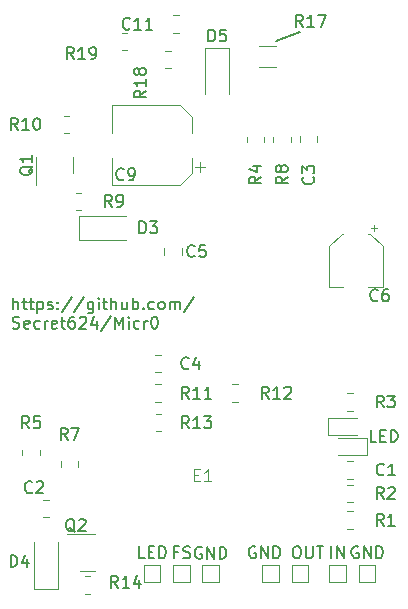
<source format=gbr>
%TF.GenerationSoftware,KiCad,Pcbnew,7.0.1*%
%TF.CreationDate,2023-11-18T18:07:09+02:00*%
%TF.ProjectId,Micr0,4d696372-302e-46b6-9963-61645f706362,rev?*%
%TF.SameCoordinates,Original*%
%TF.FileFunction,Legend,Top*%
%TF.FilePolarity,Positive*%
%FSLAX46Y46*%
G04 Gerber Fmt 4.6, Leading zero omitted, Abs format (unit mm)*
G04 Created by KiCad (PCBNEW 7.0.1) date 2023-11-18 18:07:09*
%MOMM*%
%LPD*%
G01*
G04 APERTURE LIST*
%ADD10C,0.160000*%
%ADD11C,0.150000*%
%ADD12C,0.100000*%
%ADD13C,0.120000*%
G04 APERTURE END LIST*
D10*
X95488095Y-70907619D02*
X95488095Y-69907619D01*
X95916666Y-70907619D02*
X95916666Y-70383809D01*
X95916666Y-70383809D02*
X95869047Y-70288571D01*
X95869047Y-70288571D02*
X95773809Y-70240952D01*
X95773809Y-70240952D02*
X95630952Y-70240952D01*
X95630952Y-70240952D02*
X95535714Y-70288571D01*
X95535714Y-70288571D02*
X95488095Y-70336190D01*
X96250000Y-70240952D02*
X96630952Y-70240952D01*
X96392857Y-69907619D02*
X96392857Y-70764761D01*
X96392857Y-70764761D02*
X96440476Y-70860000D01*
X96440476Y-70860000D02*
X96535714Y-70907619D01*
X96535714Y-70907619D02*
X96630952Y-70907619D01*
X96821429Y-70240952D02*
X97202381Y-70240952D01*
X96964286Y-69907619D02*
X96964286Y-70764761D01*
X96964286Y-70764761D02*
X97011905Y-70860000D01*
X97011905Y-70860000D02*
X97107143Y-70907619D01*
X97107143Y-70907619D02*
X97202381Y-70907619D01*
X97535715Y-70240952D02*
X97535715Y-71240952D01*
X97535715Y-70288571D02*
X97630953Y-70240952D01*
X97630953Y-70240952D02*
X97821429Y-70240952D01*
X97821429Y-70240952D02*
X97916667Y-70288571D01*
X97916667Y-70288571D02*
X97964286Y-70336190D01*
X97964286Y-70336190D02*
X98011905Y-70431428D01*
X98011905Y-70431428D02*
X98011905Y-70717142D01*
X98011905Y-70717142D02*
X97964286Y-70812380D01*
X97964286Y-70812380D02*
X97916667Y-70860000D01*
X97916667Y-70860000D02*
X97821429Y-70907619D01*
X97821429Y-70907619D02*
X97630953Y-70907619D01*
X97630953Y-70907619D02*
X97535715Y-70860000D01*
X98392858Y-70860000D02*
X98488096Y-70907619D01*
X98488096Y-70907619D02*
X98678572Y-70907619D01*
X98678572Y-70907619D02*
X98773810Y-70860000D01*
X98773810Y-70860000D02*
X98821429Y-70764761D01*
X98821429Y-70764761D02*
X98821429Y-70717142D01*
X98821429Y-70717142D02*
X98773810Y-70621904D01*
X98773810Y-70621904D02*
X98678572Y-70574285D01*
X98678572Y-70574285D02*
X98535715Y-70574285D01*
X98535715Y-70574285D02*
X98440477Y-70526666D01*
X98440477Y-70526666D02*
X98392858Y-70431428D01*
X98392858Y-70431428D02*
X98392858Y-70383809D01*
X98392858Y-70383809D02*
X98440477Y-70288571D01*
X98440477Y-70288571D02*
X98535715Y-70240952D01*
X98535715Y-70240952D02*
X98678572Y-70240952D01*
X98678572Y-70240952D02*
X98773810Y-70288571D01*
X99250001Y-70812380D02*
X99297620Y-70860000D01*
X99297620Y-70860000D02*
X99250001Y-70907619D01*
X99250001Y-70907619D02*
X99202382Y-70860000D01*
X99202382Y-70860000D02*
X99250001Y-70812380D01*
X99250001Y-70812380D02*
X99250001Y-70907619D01*
X99250001Y-70288571D02*
X99297620Y-70336190D01*
X99297620Y-70336190D02*
X99250001Y-70383809D01*
X99250001Y-70383809D02*
X99202382Y-70336190D01*
X99202382Y-70336190D02*
X99250001Y-70288571D01*
X99250001Y-70288571D02*
X99250001Y-70383809D01*
X100440476Y-69860000D02*
X99583334Y-71145714D01*
X101488095Y-69860000D02*
X100630953Y-71145714D01*
X102250000Y-70240952D02*
X102250000Y-71050476D01*
X102250000Y-71050476D02*
X102202381Y-71145714D01*
X102202381Y-71145714D02*
X102154762Y-71193333D01*
X102154762Y-71193333D02*
X102059524Y-71240952D01*
X102059524Y-71240952D02*
X101916667Y-71240952D01*
X101916667Y-71240952D02*
X101821429Y-71193333D01*
X102250000Y-70860000D02*
X102154762Y-70907619D01*
X102154762Y-70907619D02*
X101964286Y-70907619D01*
X101964286Y-70907619D02*
X101869048Y-70860000D01*
X101869048Y-70860000D02*
X101821429Y-70812380D01*
X101821429Y-70812380D02*
X101773810Y-70717142D01*
X101773810Y-70717142D02*
X101773810Y-70431428D01*
X101773810Y-70431428D02*
X101821429Y-70336190D01*
X101821429Y-70336190D02*
X101869048Y-70288571D01*
X101869048Y-70288571D02*
X101964286Y-70240952D01*
X101964286Y-70240952D02*
X102154762Y-70240952D01*
X102154762Y-70240952D02*
X102250000Y-70288571D01*
X102726191Y-70907619D02*
X102726191Y-70240952D01*
X102726191Y-69907619D02*
X102678572Y-69955238D01*
X102678572Y-69955238D02*
X102726191Y-70002857D01*
X102726191Y-70002857D02*
X102773810Y-69955238D01*
X102773810Y-69955238D02*
X102726191Y-69907619D01*
X102726191Y-69907619D02*
X102726191Y-70002857D01*
X103059524Y-70240952D02*
X103440476Y-70240952D01*
X103202381Y-69907619D02*
X103202381Y-70764761D01*
X103202381Y-70764761D02*
X103250000Y-70860000D01*
X103250000Y-70860000D02*
X103345238Y-70907619D01*
X103345238Y-70907619D02*
X103440476Y-70907619D01*
X103773810Y-70907619D02*
X103773810Y-69907619D01*
X104202381Y-70907619D02*
X104202381Y-70383809D01*
X104202381Y-70383809D02*
X104154762Y-70288571D01*
X104154762Y-70288571D02*
X104059524Y-70240952D01*
X104059524Y-70240952D02*
X103916667Y-70240952D01*
X103916667Y-70240952D02*
X103821429Y-70288571D01*
X103821429Y-70288571D02*
X103773810Y-70336190D01*
X105107143Y-70240952D02*
X105107143Y-70907619D01*
X104678572Y-70240952D02*
X104678572Y-70764761D01*
X104678572Y-70764761D02*
X104726191Y-70860000D01*
X104726191Y-70860000D02*
X104821429Y-70907619D01*
X104821429Y-70907619D02*
X104964286Y-70907619D01*
X104964286Y-70907619D02*
X105059524Y-70860000D01*
X105059524Y-70860000D02*
X105107143Y-70812380D01*
X105583334Y-70907619D02*
X105583334Y-69907619D01*
X105583334Y-70288571D02*
X105678572Y-70240952D01*
X105678572Y-70240952D02*
X105869048Y-70240952D01*
X105869048Y-70240952D02*
X105964286Y-70288571D01*
X105964286Y-70288571D02*
X106011905Y-70336190D01*
X106011905Y-70336190D02*
X106059524Y-70431428D01*
X106059524Y-70431428D02*
X106059524Y-70717142D01*
X106059524Y-70717142D02*
X106011905Y-70812380D01*
X106011905Y-70812380D02*
X105964286Y-70860000D01*
X105964286Y-70860000D02*
X105869048Y-70907619D01*
X105869048Y-70907619D02*
X105678572Y-70907619D01*
X105678572Y-70907619D02*
X105583334Y-70860000D01*
X106488096Y-70812380D02*
X106535715Y-70860000D01*
X106535715Y-70860000D02*
X106488096Y-70907619D01*
X106488096Y-70907619D02*
X106440477Y-70860000D01*
X106440477Y-70860000D02*
X106488096Y-70812380D01*
X106488096Y-70812380D02*
X106488096Y-70907619D01*
X107392857Y-70860000D02*
X107297619Y-70907619D01*
X107297619Y-70907619D02*
X107107143Y-70907619D01*
X107107143Y-70907619D02*
X107011905Y-70860000D01*
X107011905Y-70860000D02*
X106964286Y-70812380D01*
X106964286Y-70812380D02*
X106916667Y-70717142D01*
X106916667Y-70717142D02*
X106916667Y-70431428D01*
X106916667Y-70431428D02*
X106964286Y-70336190D01*
X106964286Y-70336190D02*
X107011905Y-70288571D01*
X107011905Y-70288571D02*
X107107143Y-70240952D01*
X107107143Y-70240952D02*
X107297619Y-70240952D01*
X107297619Y-70240952D02*
X107392857Y-70288571D01*
X107964286Y-70907619D02*
X107869048Y-70860000D01*
X107869048Y-70860000D02*
X107821429Y-70812380D01*
X107821429Y-70812380D02*
X107773810Y-70717142D01*
X107773810Y-70717142D02*
X107773810Y-70431428D01*
X107773810Y-70431428D02*
X107821429Y-70336190D01*
X107821429Y-70336190D02*
X107869048Y-70288571D01*
X107869048Y-70288571D02*
X107964286Y-70240952D01*
X107964286Y-70240952D02*
X108107143Y-70240952D01*
X108107143Y-70240952D02*
X108202381Y-70288571D01*
X108202381Y-70288571D02*
X108250000Y-70336190D01*
X108250000Y-70336190D02*
X108297619Y-70431428D01*
X108297619Y-70431428D02*
X108297619Y-70717142D01*
X108297619Y-70717142D02*
X108250000Y-70812380D01*
X108250000Y-70812380D02*
X108202381Y-70860000D01*
X108202381Y-70860000D02*
X108107143Y-70907619D01*
X108107143Y-70907619D02*
X107964286Y-70907619D01*
X108726191Y-70907619D02*
X108726191Y-70240952D01*
X108726191Y-70336190D02*
X108773810Y-70288571D01*
X108773810Y-70288571D02*
X108869048Y-70240952D01*
X108869048Y-70240952D02*
X109011905Y-70240952D01*
X109011905Y-70240952D02*
X109107143Y-70288571D01*
X109107143Y-70288571D02*
X109154762Y-70383809D01*
X109154762Y-70383809D02*
X109154762Y-70907619D01*
X109154762Y-70383809D02*
X109202381Y-70288571D01*
X109202381Y-70288571D02*
X109297619Y-70240952D01*
X109297619Y-70240952D02*
X109440476Y-70240952D01*
X109440476Y-70240952D02*
X109535715Y-70288571D01*
X109535715Y-70288571D02*
X109583334Y-70383809D01*
X109583334Y-70383809D02*
X109583334Y-70907619D01*
X110773809Y-69860000D02*
X109916667Y-71145714D01*
X95440476Y-72480000D02*
X95583333Y-72527619D01*
X95583333Y-72527619D02*
X95821428Y-72527619D01*
X95821428Y-72527619D02*
X95916666Y-72480000D01*
X95916666Y-72480000D02*
X95964285Y-72432380D01*
X95964285Y-72432380D02*
X96011904Y-72337142D01*
X96011904Y-72337142D02*
X96011904Y-72241904D01*
X96011904Y-72241904D02*
X95964285Y-72146666D01*
X95964285Y-72146666D02*
X95916666Y-72099047D01*
X95916666Y-72099047D02*
X95821428Y-72051428D01*
X95821428Y-72051428D02*
X95630952Y-72003809D01*
X95630952Y-72003809D02*
X95535714Y-71956190D01*
X95535714Y-71956190D02*
X95488095Y-71908571D01*
X95488095Y-71908571D02*
X95440476Y-71813333D01*
X95440476Y-71813333D02*
X95440476Y-71718095D01*
X95440476Y-71718095D02*
X95488095Y-71622857D01*
X95488095Y-71622857D02*
X95535714Y-71575238D01*
X95535714Y-71575238D02*
X95630952Y-71527619D01*
X95630952Y-71527619D02*
X95869047Y-71527619D01*
X95869047Y-71527619D02*
X96011904Y-71575238D01*
X96821428Y-72480000D02*
X96726190Y-72527619D01*
X96726190Y-72527619D02*
X96535714Y-72527619D01*
X96535714Y-72527619D02*
X96440476Y-72480000D01*
X96440476Y-72480000D02*
X96392857Y-72384761D01*
X96392857Y-72384761D02*
X96392857Y-72003809D01*
X96392857Y-72003809D02*
X96440476Y-71908571D01*
X96440476Y-71908571D02*
X96535714Y-71860952D01*
X96535714Y-71860952D02*
X96726190Y-71860952D01*
X96726190Y-71860952D02*
X96821428Y-71908571D01*
X96821428Y-71908571D02*
X96869047Y-72003809D01*
X96869047Y-72003809D02*
X96869047Y-72099047D01*
X96869047Y-72099047D02*
X96392857Y-72194285D01*
X97726190Y-72480000D02*
X97630952Y-72527619D01*
X97630952Y-72527619D02*
X97440476Y-72527619D01*
X97440476Y-72527619D02*
X97345238Y-72480000D01*
X97345238Y-72480000D02*
X97297619Y-72432380D01*
X97297619Y-72432380D02*
X97250000Y-72337142D01*
X97250000Y-72337142D02*
X97250000Y-72051428D01*
X97250000Y-72051428D02*
X97297619Y-71956190D01*
X97297619Y-71956190D02*
X97345238Y-71908571D01*
X97345238Y-71908571D02*
X97440476Y-71860952D01*
X97440476Y-71860952D02*
X97630952Y-71860952D01*
X97630952Y-71860952D02*
X97726190Y-71908571D01*
X98154762Y-72527619D02*
X98154762Y-71860952D01*
X98154762Y-72051428D02*
X98202381Y-71956190D01*
X98202381Y-71956190D02*
X98250000Y-71908571D01*
X98250000Y-71908571D02*
X98345238Y-71860952D01*
X98345238Y-71860952D02*
X98440476Y-71860952D01*
X99154762Y-72480000D02*
X99059524Y-72527619D01*
X99059524Y-72527619D02*
X98869048Y-72527619D01*
X98869048Y-72527619D02*
X98773810Y-72480000D01*
X98773810Y-72480000D02*
X98726191Y-72384761D01*
X98726191Y-72384761D02*
X98726191Y-72003809D01*
X98726191Y-72003809D02*
X98773810Y-71908571D01*
X98773810Y-71908571D02*
X98869048Y-71860952D01*
X98869048Y-71860952D02*
X99059524Y-71860952D01*
X99059524Y-71860952D02*
X99154762Y-71908571D01*
X99154762Y-71908571D02*
X99202381Y-72003809D01*
X99202381Y-72003809D02*
X99202381Y-72099047D01*
X99202381Y-72099047D02*
X98726191Y-72194285D01*
X99488096Y-71860952D02*
X99869048Y-71860952D01*
X99630953Y-71527619D02*
X99630953Y-72384761D01*
X99630953Y-72384761D02*
X99678572Y-72480000D01*
X99678572Y-72480000D02*
X99773810Y-72527619D01*
X99773810Y-72527619D02*
X99869048Y-72527619D01*
X100630953Y-71527619D02*
X100440477Y-71527619D01*
X100440477Y-71527619D02*
X100345239Y-71575238D01*
X100345239Y-71575238D02*
X100297620Y-71622857D01*
X100297620Y-71622857D02*
X100202382Y-71765714D01*
X100202382Y-71765714D02*
X100154763Y-71956190D01*
X100154763Y-71956190D02*
X100154763Y-72337142D01*
X100154763Y-72337142D02*
X100202382Y-72432380D01*
X100202382Y-72432380D02*
X100250001Y-72480000D01*
X100250001Y-72480000D02*
X100345239Y-72527619D01*
X100345239Y-72527619D02*
X100535715Y-72527619D01*
X100535715Y-72527619D02*
X100630953Y-72480000D01*
X100630953Y-72480000D02*
X100678572Y-72432380D01*
X100678572Y-72432380D02*
X100726191Y-72337142D01*
X100726191Y-72337142D02*
X100726191Y-72099047D01*
X100726191Y-72099047D02*
X100678572Y-72003809D01*
X100678572Y-72003809D02*
X100630953Y-71956190D01*
X100630953Y-71956190D02*
X100535715Y-71908571D01*
X100535715Y-71908571D02*
X100345239Y-71908571D01*
X100345239Y-71908571D02*
X100250001Y-71956190D01*
X100250001Y-71956190D02*
X100202382Y-72003809D01*
X100202382Y-72003809D02*
X100154763Y-72099047D01*
X101107144Y-71622857D02*
X101154763Y-71575238D01*
X101154763Y-71575238D02*
X101250001Y-71527619D01*
X101250001Y-71527619D02*
X101488096Y-71527619D01*
X101488096Y-71527619D02*
X101583334Y-71575238D01*
X101583334Y-71575238D02*
X101630953Y-71622857D01*
X101630953Y-71622857D02*
X101678572Y-71718095D01*
X101678572Y-71718095D02*
X101678572Y-71813333D01*
X101678572Y-71813333D02*
X101630953Y-71956190D01*
X101630953Y-71956190D02*
X101059525Y-72527619D01*
X101059525Y-72527619D02*
X101678572Y-72527619D01*
X102535715Y-71860952D02*
X102535715Y-72527619D01*
X102297620Y-71480000D02*
X102059525Y-72194285D01*
X102059525Y-72194285D02*
X102678572Y-72194285D01*
X103773810Y-71480000D02*
X102916668Y-72765714D01*
X104107144Y-72527619D02*
X104107144Y-71527619D01*
X104107144Y-71527619D02*
X104440477Y-72241904D01*
X104440477Y-72241904D02*
X104773810Y-71527619D01*
X104773810Y-71527619D02*
X104773810Y-72527619D01*
X105250001Y-72527619D02*
X105250001Y-71860952D01*
X105250001Y-71527619D02*
X105202382Y-71575238D01*
X105202382Y-71575238D02*
X105250001Y-71622857D01*
X105250001Y-71622857D02*
X105297620Y-71575238D01*
X105297620Y-71575238D02*
X105250001Y-71527619D01*
X105250001Y-71527619D02*
X105250001Y-71622857D01*
X106154762Y-72480000D02*
X106059524Y-72527619D01*
X106059524Y-72527619D02*
X105869048Y-72527619D01*
X105869048Y-72527619D02*
X105773810Y-72480000D01*
X105773810Y-72480000D02*
X105726191Y-72432380D01*
X105726191Y-72432380D02*
X105678572Y-72337142D01*
X105678572Y-72337142D02*
X105678572Y-72051428D01*
X105678572Y-72051428D02*
X105726191Y-71956190D01*
X105726191Y-71956190D02*
X105773810Y-71908571D01*
X105773810Y-71908571D02*
X105869048Y-71860952D01*
X105869048Y-71860952D02*
X106059524Y-71860952D01*
X106059524Y-71860952D02*
X106154762Y-71908571D01*
X106583334Y-72527619D02*
X106583334Y-71860952D01*
X106583334Y-72051428D02*
X106630953Y-71956190D01*
X106630953Y-71956190D02*
X106678572Y-71908571D01*
X106678572Y-71908571D02*
X106773810Y-71860952D01*
X106773810Y-71860952D02*
X106869048Y-71860952D01*
X107392858Y-71527619D02*
X107488096Y-71527619D01*
X107488096Y-71527619D02*
X107583334Y-71575238D01*
X107583334Y-71575238D02*
X107630953Y-71622857D01*
X107630953Y-71622857D02*
X107678572Y-71718095D01*
X107678572Y-71718095D02*
X107726191Y-71908571D01*
X107726191Y-71908571D02*
X107726191Y-72146666D01*
X107726191Y-72146666D02*
X107678572Y-72337142D01*
X107678572Y-72337142D02*
X107630953Y-72432380D01*
X107630953Y-72432380D02*
X107583334Y-72480000D01*
X107583334Y-72480000D02*
X107488096Y-72527619D01*
X107488096Y-72527619D02*
X107392858Y-72527619D01*
X107392858Y-72527619D02*
X107297620Y-72480000D01*
X107297620Y-72480000D02*
X107250001Y-72432380D01*
X107250001Y-72432380D02*
X107202382Y-72337142D01*
X107202382Y-72337142D02*
X107154763Y-72146666D01*
X107154763Y-72146666D02*
X107154763Y-71908571D01*
X107154763Y-71908571D02*
X107202382Y-71718095D01*
X107202382Y-71718095D02*
X107250001Y-71622857D01*
X107250001Y-71622857D02*
X107297620Y-71575238D01*
X107297620Y-71575238D02*
X107392858Y-71527619D01*
D11*
X117700000Y-48200000D02*
X119750000Y-47450000D01*
X126214285Y-82127619D02*
X125738095Y-82127619D01*
X125738095Y-82127619D02*
X125738095Y-81127619D01*
X126547619Y-81603809D02*
X126880952Y-81603809D01*
X127023809Y-82127619D02*
X126547619Y-82127619D01*
X126547619Y-82127619D02*
X126547619Y-81127619D01*
X126547619Y-81127619D02*
X127023809Y-81127619D01*
X127452381Y-82127619D02*
X127452381Y-81127619D01*
X127452381Y-81127619D02*
X127690476Y-81127619D01*
X127690476Y-81127619D02*
X127833333Y-81175238D01*
X127833333Y-81175238D02*
X127928571Y-81270476D01*
X127928571Y-81270476D02*
X127976190Y-81365714D01*
X127976190Y-81365714D02*
X128023809Y-81556190D01*
X128023809Y-81556190D02*
X128023809Y-81699047D01*
X128023809Y-81699047D02*
X127976190Y-81889523D01*
X127976190Y-81889523D02*
X127928571Y-81984761D01*
X127928571Y-81984761D02*
X127833333Y-82080000D01*
X127833333Y-82080000D02*
X127690476Y-82127619D01*
X127690476Y-82127619D02*
X127452381Y-82127619D01*
%TO.C,R8*%
X118712619Y-59666666D02*
X118236428Y-59999999D01*
X118712619Y-60238094D02*
X117712619Y-60238094D01*
X117712619Y-60238094D02*
X117712619Y-59857142D01*
X117712619Y-59857142D02*
X117760238Y-59761904D01*
X117760238Y-59761904D02*
X117807857Y-59714285D01*
X117807857Y-59714285D02*
X117903095Y-59666666D01*
X117903095Y-59666666D02*
X118045952Y-59666666D01*
X118045952Y-59666666D02*
X118141190Y-59714285D01*
X118141190Y-59714285D02*
X118188809Y-59761904D01*
X118188809Y-59761904D02*
X118236428Y-59857142D01*
X118236428Y-59857142D02*
X118236428Y-60238094D01*
X118141190Y-59095237D02*
X118093571Y-59190475D01*
X118093571Y-59190475D02*
X118045952Y-59238094D01*
X118045952Y-59238094D02*
X117950714Y-59285713D01*
X117950714Y-59285713D02*
X117903095Y-59285713D01*
X117903095Y-59285713D02*
X117807857Y-59238094D01*
X117807857Y-59238094D02*
X117760238Y-59190475D01*
X117760238Y-59190475D02*
X117712619Y-59095237D01*
X117712619Y-59095237D02*
X117712619Y-58904761D01*
X117712619Y-58904761D02*
X117760238Y-58809523D01*
X117760238Y-58809523D02*
X117807857Y-58761904D01*
X117807857Y-58761904D02*
X117903095Y-58714285D01*
X117903095Y-58714285D02*
X117950714Y-58714285D01*
X117950714Y-58714285D02*
X118045952Y-58761904D01*
X118045952Y-58761904D02*
X118093571Y-58809523D01*
X118093571Y-58809523D02*
X118141190Y-58904761D01*
X118141190Y-58904761D02*
X118141190Y-59095237D01*
X118141190Y-59095237D02*
X118188809Y-59190475D01*
X118188809Y-59190475D02*
X118236428Y-59238094D01*
X118236428Y-59238094D02*
X118331666Y-59285713D01*
X118331666Y-59285713D02*
X118522142Y-59285713D01*
X118522142Y-59285713D02*
X118617380Y-59238094D01*
X118617380Y-59238094D02*
X118665000Y-59190475D01*
X118665000Y-59190475D02*
X118712619Y-59095237D01*
X118712619Y-59095237D02*
X118712619Y-58904761D01*
X118712619Y-58904761D02*
X118665000Y-58809523D01*
X118665000Y-58809523D02*
X118617380Y-58761904D01*
X118617380Y-58761904D02*
X118522142Y-58714285D01*
X118522142Y-58714285D02*
X118331666Y-58714285D01*
X118331666Y-58714285D02*
X118236428Y-58761904D01*
X118236428Y-58761904D02*
X118188809Y-58809523D01*
X118188809Y-58809523D02*
X118141190Y-58904761D01*
%TO.C,C11*%
X105357142Y-47117380D02*
X105309523Y-47165000D01*
X105309523Y-47165000D02*
X105166666Y-47212619D01*
X105166666Y-47212619D02*
X105071428Y-47212619D01*
X105071428Y-47212619D02*
X104928571Y-47165000D01*
X104928571Y-47165000D02*
X104833333Y-47069761D01*
X104833333Y-47069761D02*
X104785714Y-46974523D01*
X104785714Y-46974523D02*
X104738095Y-46784047D01*
X104738095Y-46784047D02*
X104738095Y-46641190D01*
X104738095Y-46641190D02*
X104785714Y-46450714D01*
X104785714Y-46450714D02*
X104833333Y-46355476D01*
X104833333Y-46355476D02*
X104928571Y-46260238D01*
X104928571Y-46260238D02*
X105071428Y-46212619D01*
X105071428Y-46212619D02*
X105166666Y-46212619D01*
X105166666Y-46212619D02*
X105309523Y-46260238D01*
X105309523Y-46260238D02*
X105357142Y-46307857D01*
X106309523Y-47212619D02*
X105738095Y-47212619D01*
X106023809Y-47212619D02*
X106023809Y-46212619D01*
X106023809Y-46212619D02*
X105928571Y-46355476D01*
X105928571Y-46355476D02*
X105833333Y-46450714D01*
X105833333Y-46450714D02*
X105738095Y-46498333D01*
X107261904Y-47212619D02*
X106690476Y-47212619D01*
X106976190Y-47212619D02*
X106976190Y-46212619D01*
X106976190Y-46212619D02*
X106880952Y-46355476D01*
X106880952Y-46355476D02*
X106785714Y-46450714D01*
X106785714Y-46450714D02*
X106690476Y-46498333D01*
%TO.C,R18*%
X106712619Y-52392857D02*
X106236428Y-52726190D01*
X106712619Y-52964285D02*
X105712619Y-52964285D01*
X105712619Y-52964285D02*
X105712619Y-52583333D01*
X105712619Y-52583333D02*
X105760238Y-52488095D01*
X105760238Y-52488095D02*
X105807857Y-52440476D01*
X105807857Y-52440476D02*
X105903095Y-52392857D01*
X105903095Y-52392857D02*
X106045952Y-52392857D01*
X106045952Y-52392857D02*
X106141190Y-52440476D01*
X106141190Y-52440476D02*
X106188809Y-52488095D01*
X106188809Y-52488095D02*
X106236428Y-52583333D01*
X106236428Y-52583333D02*
X106236428Y-52964285D01*
X106712619Y-51440476D02*
X106712619Y-52011904D01*
X106712619Y-51726190D02*
X105712619Y-51726190D01*
X105712619Y-51726190D02*
X105855476Y-51821428D01*
X105855476Y-51821428D02*
X105950714Y-51916666D01*
X105950714Y-51916666D02*
X105998333Y-52011904D01*
X106141190Y-50869047D02*
X106093571Y-50964285D01*
X106093571Y-50964285D02*
X106045952Y-51011904D01*
X106045952Y-51011904D02*
X105950714Y-51059523D01*
X105950714Y-51059523D02*
X105903095Y-51059523D01*
X105903095Y-51059523D02*
X105807857Y-51011904D01*
X105807857Y-51011904D02*
X105760238Y-50964285D01*
X105760238Y-50964285D02*
X105712619Y-50869047D01*
X105712619Y-50869047D02*
X105712619Y-50678571D01*
X105712619Y-50678571D02*
X105760238Y-50583333D01*
X105760238Y-50583333D02*
X105807857Y-50535714D01*
X105807857Y-50535714D02*
X105903095Y-50488095D01*
X105903095Y-50488095D02*
X105950714Y-50488095D01*
X105950714Y-50488095D02*
X106045952Y-50535714D01*
X106045952Y-50535714D02*
X106093571Y-50583333D01*
X106093571Y-50583333D02*
X106141190Y-50678571D01*
X106141190Y-50678571D02*
X106141190Y-50869047D01*
X106141190Y-50869047D02*
X106188809Y-50964285D01*
X106188809Y-50964285D02*
X106236428Y-51011904D01*
X106236428Y-51011904D02*
X106331666Y-51059523D01*
X106331666Y-51059523D02*
X106522142Y-51059523D01*
X106522142Y-51059523D02*
X106617380Y-51011904D01*
X106617380Y-51011904D02*
X106665000Y-50964285D01*
X106665000Y-50964285D02*
X106712619Y-50869047D01*
X106712619Y-50869047D02*
X106712619Y-50678571D01*
X106712619Y-50678571D02*
X106665000Y-50583333D01*
X106665000Y-50583333D02*
X106617380Y-50535714D01*
X106617380Y-50535714D02*
X106522142Y-50488095D01*
X106522142Y-50488095D02*
X106331666Y-50488095D01*
X106331666Y-50488095D02*
X106236428Y-50535714D01*
X106236428Y-50535714D02*
X106188809Y-50583333D01*
X106188809Y-50583333D02*
X106141190Y-50678571D01*
%TO.C,C1*%
X126870833Y-84867380D02*
X126823214Y-84915000D01*
X126823214Y-84915000D02*
X126680357Y-84962619D01*
X126680357Y-84962619D02*
X126585119Y-84962619D01*
X126585119Y-84962619D02*
X126442262Y-84915000D01*
X126442262Y-84915000D02*
X126347024Y-84819761D01*
X126347024Y-84819761D02*
X126299405Y-84724523D01*
X126299405Y-84724523D02*
X126251786Y-84534047D01*
X126251786Y-84534047D02*
X126251786Y-84391190D01*
X126251786Y-84391190D02*
X126299405Y-84200714D01*
X126299405Y-84200714D02*
X126347024Y-84105476D01*
X126347024Y-84105476D02*
X126442262Y-84010238D01*
X126442262Y-84010238D02*
X126585119Y-83962619D01*
X126585119Y-83962619D02*
X126680357Y-83962619D01*
X126680357Y-83962619D02*
X126823214Y-84010238D01*
X126823214Y-84010238D02*
X126870833Y-84057857D01*
X127823214Y-84962619D02*
X127251786Y-84962619D01*
X127537500Y-84962619D02*
X127537500Y-83962619D01*
X127537500Y-83962619D02*
X127442262Y-84105476D01*
X127442262Y-84105476D02*
X127347024Y-84200714D01*
X127347024Y-84200714D02*
X127251786Y-84248333D01*
%TO.C,TP7*%
X111438095Y-91060238D02*
X111342857Y-91012619D01*
X111342857Y-91012619D02*
X111200000Y-91012619D01*
X111200000Y-91012619D02*
X111057143Y-91060238D01*
X111057143Y-91060238D02*
X110961905Y-91155476D01*
X110961905Y-91155476D02*
X110914286Y-91250714D01*
X110914286Y-91250714D02*
X110866667Y-91441190D01*
X110866667Y-91441190D02*
X110866667Y-91584047D01*
X110866667Y-91584047D02*
X110914286Y-91774523D01*
X110914286Y-91774523D02*
X110961905Y-91869761D01*
X110961905Y-91869761D02*
X111057143Y-91965000D01*
X111057143Y-91965000D02*
X111200000Y-92012619D01*
X111200000Y-92012619D02*
X111295238Y-92012619D01*
X111295238Y-92012619D02*
X111438095Y-91965000D01*
X111438095Y-91965000D02*
X111485714Y-91917380D01*
X111485714Y-91917380D02*
X111485714Y-91584047D01*
X111485714Y-91584047D02*
X111295238Y-91584047D01*
X111914286Y-92012619D02*
X111914286Y-91012619D01*
X111914286Y-91012619D02*
X112485714Y-92012619D01*
X112485714Y-92012619D02*
X112485714Y-91012619D01*
X112961905Y-92012619D02*
X112961905Y-91012619D01*
X112961905Y-91012619D02*
X113200000Y-91012619D01*
X113200000Y-91012619D02*
X113342857Y-91060238D01*
X113342857Y-91060238D02*
X113438095Y-91155476D01*
X113438095Y-91155476D02*
X113485714Y-91250714D01*
X113485714Y-91250714D02*
X113533333Y-91441190D01*
X113533333Y-91441190D02*
X113533333Y-91584047D01*
X113533333Y-91584047D02*
X113485714Y-91774523D01*
X113485714Y-91774523D02*
X113438095Y-91869761D01*
X113438095Y-91869761D02*
X113342857Y-91965000D01*
X113342857Y-91965000D02*
X113200000Y-92012619D01*
X113200000Y-92012619D02*
X112961905Y-92012619D01*
%TO.C,C4*%
X110333333Y-75867380D02*
X110285714Y-75915000D01*
X110285714Y-75915000D02*
X110142857Y-75962619D01*
X110142857Y-75962619D02*
X110047619Y-75962619D01*
X110047619Y-75962619D02*
X109904762Y-75915000D01*
X109904762Y-75915000D02*
X109809524Y-75819761D01*
X109809524Y-75819761D02*
X109761905Y-75724523D01*
X109761905Y-75724523D02*
X109714286Y-75534047D01*
X109714286Y-75534047D02*
X109714286Y-75391190D01*
X109714286Y-75391190D02*
X109761905Y-75200714D01*
X109761905Y-75200714D02*
X109809524Y-75105476D01*
X109809524Y-75105476D02*
X109904762Y-75010238D01*
X109904762Y-75010238D02*
X110047619Y-74962619D01*
X110047619Y-74962619D02*
X110142857Y-74962619D01*
X110142857Y-74962619D02*
X110285714Y-75010238D01*
X110285714Y-75010238D02*
X110333333Y-75057857D01*
X111190476Y-75295952D02*
X111190476Y-75962619D01*
X110952381Y-74915000D02*
X110714286Y-75629285D01*
X110714286Y-75629285D02*
X111333333Y-75629285D01*
%TO.C,R2*%
X126833333Y-86962619D02*
X126500000Y-86486428D01*
X126261905Y-86962619D02*
X126261905Y-85962619D01*
X126261905Y-85962619D02*
X126642857Y-85962619D01*
X126642857Y-85962619D02*
X126738095Y-86010238D01*
X126738095Y-86010238D02*
X126785714Y-86057857D01*
X126785714Y-86057857D02*
X126833333Y-86153095D01*
X126833333Y-86153095D02*
X126833333Y-86295952D01*
X126833333Y-86295952D02*
X126785714Y-86391190D01*
X126785714Y-86391190D02*
X126738095Y-86438809D01*
X126738095Y-86438809D02*
X126642857Y-86486428D01*
X126642857Y-86486428D02*
X126261905Y-86486428D01*
X127214286Y-86057857D02*
X127261905Y-86010238D01*
X127261905Y-86010238D02*
X127357143Y-85962619D01*
X127357143Y-85962619D02*
X127595238Y-85962619D01*
X127595238Y-85962619D02*
X127690476Y-86010238D01*
X127690476Y-86010238D02*
X127738095Y-86057857D01*
X127738095Y-86057857D02*
X127785714Y-86153095D01*
X127785714Y-86153095D02*
X127785714Y-86248333D01*
X127785714Y-86248333D02*
X127738095Y-86391190D01*
X127738095Y-86391190D02*
X127166667Y-86962619D01*
X127166667Y-86962619D02*
X127785714Y-86962619D01*
%TO.C,D5*%
X112011905Y-48212619D02*
X112011905Y-47212619D01*
X112011905Y-47212619D02*
X112250000Y-47212619D01*
X112250000Y-47212619D02*
X112392857Y-47260238D01*
X112392857Y-47260238D02*
X112488095Y-47355476D01*
X112488095Y-47355476D02*
X112535714Y-47450714D01*
X112535714Y-47450714D02*
X112583333Y-47641190D01*
X112583333Y-47641190D02*
X112583333Y-47784047D01*
X112583333Y-47784047D02*
X112535714Y-47974523D01*
X112535714Y-47974523D02*
X112488095Y-48069761D01*
X112488095Y-48069761D02*
X112392857Y-48165000D01*
X112392857Y-48165000D02*
X112250000Y-48212619D01*
X112250000Y-48212619D02*
X112011905Y-48212619D01*
X113488095Y-47212619D02*
X113011905Y-47212619D01*
X113011905Y-47212619D02*
X112964286Y-47688809D01*
X112964286Y-47688809D02*
X113011905Y-47641190D01*
X113011905Y-47641190D02*
X113107143Y-47593571D01*
X113107143Y-47593571D02*
X113345238Y-47593571D01*
X113345238Y-47593571D02*
X113440476Y-47641190D01*
X113440476Y-47641190D02*
X113488095Y-47688809D01*
X113488095Y-47688809D02*
X113535714Y-47784047D01*
X113535714Y-47784047D02*
X113535714Y-48022142D01*
X113535714Y-48022142D02*
X113488095Y-48117380D01*
X113488095Y-48117380D02*
X113440476Y-48165000D01*
X113440476Y-48165000D02*
X113345238Y-48212619D01*
X113345238Y-48212619D02*
X113107143Y-48212619D01*
X113107143Y-48212619D02*
X113011905Y-48165000D01*
X113011905Y-48165000D02*
X112964286Y-48117380D01*
%TO.C,R12*%
X117107142Y-78462619D02*
X116773809Y-77986428D01*
X116535714Y-78462619D02*
X116535714Y-77462619D01*
X116535714Y-77462619D02*
X116916666Y-77462619D01*
X116916666Y-77462619D02*
X117011904Y-77510238D01*
X117011904Y-77510238D02*
X117059523Y-77557857D01*
X117059523Y-77557857D02*
X117107142Y-77653095D01*
X117107142Y-77653095D02*
X117107142Y-77795952D01*
X117107142Y-77795952D02*
X117059523Y-77891190D01*
X117059523Y-77891190D02*
X117011904Y-77938809D01*
X117011904Y-77938809D02*
X116916666Y-77986428D01*
X116916666Y-77986428D02*
X116535714Y-77986428D01*
X118059523Y-78462619D02*
X117488095Y-78462619D01*
X117773809Y-78462619D02*
X117773809Y-77462619D01*
X117773809Y-77462619D02*
X117678571Y-77605476D01*
X117678571Y-77605476D02*
X117583333Y-77700714D01*
X117583333Y-77700714D02*
X117488095Y-77748333D01*
X118440476Y-77557857D02*
X118488095Y-77510238D01*
X118488095Y-77510238D02*
X118583333Y-77462619D01*
X118583333Y-77462619D02*
X118821428Y-77462619D01*
X118821428Y-77462619D02*
X118916666Y-77510238D01*
X118916666Y-77510238D02*
X118964285Y-77557857D01*
X118964285Y-77557857D02*
X119011904Y-77653095D01*
X119011904Y-77653095D02*
X119011904Y-77748333D01*
X119011904Y-77748333D02*
X118964285Y-77891190D01*
X118964285Y-77891190D02*
X118392857Y-78462619D01*
X118392857Y-78462619D02*
X119011904Y-78462619D01*
%TO.C,C2*%
X97083333Y-86367380D02*
X97035714Y-86415000D01*
X97035714Y-86415000D02*
X96892857Y-86462619D01*
X96892857Y-86462619D02*
X96797619Y-86462619D01*
X96797619Y-86462619D02*
X96654762Y-86415000D01*
X96654762Y-86415000D02*
X96559524Y-86319761D01*
X96559524Y-86319761D02*
X96511905Y-86224523D01*
X96511905Y-86224523D02*
X96464286Y-86034047D01*
X96464286Y-86034047D02*
X96464286Y-85891190D01*
X96464286Y-85891190D02*
X96511905Y-85700714D01*
X96511905Y-85700714D02*
X96559524Y-85605476D01*
X96559524Y-85605476D02*
X96654762Y-85510238D01*
X96654762Y-85510238D02*
X96797619Y-85462619D01*
X96797619Y-85462619D02*
X96892857Y-85462619D01*
X96892857Y-85462619D02*
X97035714Y-85510238D01*
X97035714Y-85510238D02*
X97083333Y-85557857D01*
X97464286Y-85557857D02*
X97511905Y-85510238D01*
X97511905Y-85510238D02*
X97607143Y-85462619D01*
X97607143Y-85462619D02*
X97845238Y-85462619D01*
X97845238Y-85462619D02*
X97940476Y-85510238D01*
X97940476Y-85510238D02*
X97988095Y-85557857D01*
X97988095Y-85557857D02*
X98035714Y-85653095D01*
X98035714Y-85653095D02*
X98035714Y-85748333D01*
X98035714Y-85748333D02*
X97988095Y-85891190D01*
X97988095Y-85891190D02*
X97416667Y-86462619D01*
X97416667Y-86462619D02*
X98035714Y-86462619D01*
%TO.C,R7*%
X100083333Y-81962619D02*
X99750000Y-81486428D01*
X99511905Y-81962619D02*
X99511905Y-80962619D01*
X99511905Y-80962619D02*
X99892857Y-80962619D01*
X99892857Y-80962619D02*
X99988095Y-81010238D01*
X99988095Y-81010238D02*
X100035714Y-81057857D01*
X100035714Y-81057857D02*
X100083333Y-81153095D01*
X100083333Y-81153095D02*
X100083333Y-81295952D01*
X100083333Y-81295952D02*
X100035714Y-81391190D01*
X100035714Y-81391190D02*
X99988095Y-81438809D01*
X99988095Y-81438809D02*
X99892857Y-81486428D01*
X99892857Y-81486428D02*
X99511905Y-81486428D01*
X100416667Y-80962619D02*
X101083333Y-80962619D01*
X101083333Y-80962619D02*
X100654762Y-81962619D01*
%TO.C,R1*%
X126833333Y-89212619D02*
X126500000Y-88736428D01*
X126261905Y-89212619D02*
X126261905Y-88212619D01*
X126261905Y-88212619D02*
X126642857Y-88212619D01*
X126642857Y-88212619D02*
X126738095Y-88260238D01*
X126738095Y-88260238D02*
X126785714Y-88307857D01*
X126785714Y-88307857D02*
X126833333Y-88403095D01*
X126833333Y-88403095D02*
X126833333Y-88545952D01*
X126833333Y-88545952D02*
X126785714Y-88641190D01*
X126785714Y-88641190D02*
X126738095Y-88688809D01*
X126738095Y-88688809D02*
X126642857Y-88736428D01*
X126642857Y-88736428D02*
X126261905Y-88736428D01*
X127785714Y-89212619D02*
X127214286Y-89212619D01*
X127500000Y-89212619D02*
X127500000Y-88212619D01*
X127500000Y-88212619D02*
X127404762Y-88355476D01*
X127404762Y-88355476D02*
X127309524Y-88450714D01*
X127309524Y-88450714D02*
X127214286Y-88498333D01*
D12*
%TO.C,E1*%
X110809524Y-84938809D02*
X111142857Y-84938809D01*
X111285714Y-85462619D02*
X110809524Y-85462619D01*
X110809524Y-85462619D02*
X110809524Y-84462619D01*
X110809524Y-84462619D02*
X111285714Y-84462619D01*
X112238095Y-85462619D02*
X111666667Y-85462619D01*
X111952381Y-85462619D02*
X111952381Y-84462619D01*
X111952381Y-84462619D02*
X111857143Y-84605476D01*
X111857143Y-84605476D02*
X111761905Y-84700714D01*
X111761905Y-84700714D02*
X111666667Y-84748333D01*
D11*
%TO.C,TP1*%
X119400000Y-90962619D02*
X119590476Y-90962619D01*
X119590476Y-90962619D02*
X119685714Y-91010238D01*
X119685714Y-91010238D02*
X119780952Y-91105476D01*
X119780952Y-91105476D02*
X119828571Y-91295952D01*
X119828571Y-91295952D02*
X119828571Y-91629285D01*
X119828571Y-91629285D02*
X119780952Y-91819761D01*
X119780952Y-91819761D02*
X119685714Y-91915000D01*
X119685714Y-91915000D02*
X119590476Y-91962619D01*
X119590476Y-91962619D02*
X119400000Y-91962619D01*
X119400000Y-91962619D02*
X119304762Y-91915000D01*
X119304762Y-91915000D02*
X119209524Y-91819761D01*
X119209524Y-91819761D02*
X119161905Y-91629285D01*
X119161905Y-91629285D02*
X119161905Y-91295952D01*
X119161905Y-91295952D02*
X119209524Y-91105476D01*
X119209524Y-91105476D02*
X119304762Y-91010238D01*
X119304762Y-91010238D02*
X119400000Y-90962619D01*
X120257143Y-90962619D02*
X120257143Y-91772142D01*
X120257143Y-91772142D02*
X120304762Y-91867380D01*
X120304762Y-91867380D02*
X120352381Y-91915000D01*
X120352381Y-91915000D02*
X120447619Y-91962619D01*
X120447619Y-91962619D02*
X120638095Y-91962619D01*
X120638095Y-91962619D02*
X120733333Y-91915000D01*
X120733333Y-91915000D02*
X120780952Y-91867380D01*
X120780952Y-91867380D02*
X120828571Y-91772142D01*
X120828571Y-91772142D02*
X120828571Y-90962619D01*
X121161905Y-90962619D02*
X121733333Y-90962619D01*
X121447619Y-91962619D02*
X121447619Y-90962619D01*
%TO.C,R13*%
X110357142Y-80962619D02*
X110023809Y-80486428D01*
X109785714Y-80962619D02*
X109785714Y-79962619D01*
X109785714Y-79962619D02*
X110166666Y-79962619D01*
X110166666Y-79962619D02*
X110261904Y-80010238D01*
X110261904Y-80010238D02*
X110309523Y-80057857D01*
X110309523Y-80057857D02*
X110357142Y-80153095D01*
X110357142Y-80153095D02*
X110357142Y-80295952D01*
X110357142Y-80295952D02*
X110309523Y-80391190D01*
X110309523Y-80391190D02*
X110261904Y-80438809D01*
X110261904Y-80438809D02*
X110166666Y-80486428D01*
X110166666Y-80486428D02*
X109785714Y-80486428D01*
X111309523Y-80962619D02*
X110738095Y-80962619D01*
X111023809Y-80962619D02*
X111023809Y-79962619D01*
X111023809Y-79962619D02*
X110928571Y-80105476D01*
X110928571Y-80105476D02*
X110833333Y-80200714D01*
X110833333Y-80200714D02*
X110738095Y-80248333D01*
X111642857Y-79962619D02*
X112261904Y-79962619D01*
X112261904Y-79962619D02*
X111928571Y-80343571D01*
X111928571Y-80343571D02*
X112071428Y-80343571D01*
X112071428Y-80343571D02*
X112166666Y-80391190D01*
X112166666Y-80391190D02*
X112214285Y-80438809D01*
X112214285Y-80438809D02*
X112261904Y-80534047D01*
X112261904Y-80534047D02*
X112261904Y-80772142D01*
X112261904Y-80772142D02*
X112214285Y-80867380D01*
X112214285Y-80867380D02*
X112166666Y-80915000D01*
X112166666Y-80915000D02*
X112071428Y-80962619D01*
X112071428Y-80962619D02*
X111785714Y-80962619D01*
X111785714Y-80962619D02*
X111690476Y-80915000D01*
X111690476Y-80915000D02*
X111642857Y-80867380D01*
%TO.C,TP6*%
X106607142Y-91962619D02*
X106130952Y-91962619D01*
X106130952Y-91962619D02*
X106130952Y-90962619D01*
X106940476Y-91438809D02*
X107273809Y-91438809D01*
X107416666Y-91962619D02*
X106940476Y-91962619D01*
X106940476Y-91962619D02*
X106940476Y-90962619D01*
X106940476Y-90962619D02*
X107416666Y-90962619D01*
X107845238Y-91962619D02*
X107845238Y-90962619D01*
X107845238Y-90962619D02*
X108083333Y-90962619D01*
X108083333Y-90962619D02*
X108226190Y-91010238D01*
X108226190Y-91010238D02*
X108321428Y-91105476D01*
X108321428Y-91105476D02*
X108369047Y-91200714D01*
X108369047Y-91200714D02*
X108416666Y-91391190D01*
X108416666Y-91391190D02*
X108416666Y-91534047D01*
X108416666Y-91534047D02*
X108369047Y-91724523D01*
X108369047Y-91724523D02*
X108321428Y-91819761D01*
X108321428Y-91819761D02*
X108226190Y-91915000D01*
X108226190Y-91915000D02*
X108083333Y-91962619D01*
X108083333Y-91962619D02*
X107845238Y-91962619D01*
%TO.C,R3*%
X126833333Y-79212619D02*
X126500000Y-78736428D01*
X126261905Y-79212619D02*
X126261905Y-78212619D01*
X126261905Y-78212619D02*
X126642857Y-78212619D01*
X126642857Y-78212619D02*
X126738095Y-78260238D01*
X126738095Y-78260238D02*
X126785714Y-78307857D01*
X126785714Y-78307857D02*
X126833333Y-78403095D01*
X126833333Y-78403095D02*
X126833333Y-78545952D01*
X126833333Y-78545952D02*
X126785714Y-78641190D01*
X126785714Y-78641190D02*
X126738095Y-78688809D01*
X126738095Y-78688809D02*
X126642857Y-78736428D01*
X126642857Y-78736428D02*
X126261905Y-78736428D01*
X127166667Y-78212619D02*
X127785714Y-78212619D01*
X127785714Y-78212619D02*
X127452381Y-78593571D01*
X127452381Y-78593571D02*
X127595238Y-78593571D01*
X127595238Y-78593571D02*
X127690476Y-78641190D01*
X127690476Y-78641190D02*
X127738095Y-78688809D01*
X127738095Y-78688809D02*
X127785714Y-78784047D01*
X127785714Y-78784047D02*
X127785714Y-79022142D01*
X127785714Y-79022142D02*
X127738095Y-79117380D01*
X127738095Y-79117380D02*
X127690476Y-79165000D01*
X127690476Y-79165000D02*
X127595238Y-79212619D01*
X127595238Y-79212619D02*
X127309524Y-79212619D01*
X127309524Y-79212619D02*
X127214286Y-79165000D01*
X127214286Y-79165000D02*
X127166667Y-79117380D01*
%TO.C,R5*%
X96833333Y-80962619D02*
X96500000Y-80486428D01*
X96261905Y-80962619D02*
X96261905Y-79962619D01*
X96261905Y-79962619D02*
X96642857Y-79962619D01*
X96642857Y-79962619D02*
X96738095Y-80010238D01*
X96738095Y-80010238D02*
X96785714Y-80057857D01*
X96785714Y-80057857D02*
X96833333Y-80153095D01*
X96833333Y-80153095D02*
X96833333Y-80295952D01*
X96833333Y-80295952D02*
X96785714Y-80391190D01*
X96785714Y-80391190D02*
X96738095Y-80438809D01*
X96738095Y-80438809D02*
X96642857Y-80486428D01*
X96642857Y-80486428D02*
X96261905Y-80486428D01*
X97738095Y-79962619D02*
X97261905Y-79962619D01*
X97261905Y-79962619D02*
X97214286Y-80438809D01*
X97214286Y-80438809D02*
X97261905Y-80391190D01*
X97261905Y-80391190D02*
X97357143Y-80343571D01*
X97357143Y-80343571D02*
X97595238Y-80343571D01*
X97595238Y-80343571D02*
X97690476Y-80391190D01*
X97690476Y-80391190D02*
X97738095Y-80438809D01*
X97738095Y-80438809D02*
X97785714Y-80534047D01*
X97785714Y-80534047D02*
X97785714Y-80772142D01*
X97785714Y-80772142D02*
X97738095Y-80867380D01*
X97738095Y-80867380D02*
X97690476Y-80915000D01*
X97690476Y-80915000D02*
X97595238Y-80962619D01*
X97595238Y-80962619D02*
X97357143Y-80962619D01*
X97357143Y-80962619D02*
X97261905Y-80915000D01*
X97261905Y-80915000D02*
X97214286Y-80867380D01*
%TO.C,Q1*%
X97157857Y-58782738D02*
X97110238Y-58877976D01*
X97110238Y-58877976D02*
X97015000Y-58973214D01*
X97015000Y-58973214D02*
X96872142Y-59116071D01*
X96872142Y-59116071D02*
X96824523Y-59211309D01*
X96824523Y-59211309D02*
X96824523Y-59306547D01*
X97062619Y-59258928D02*
X97015000Y-59354166D01*
X97015000Y-59354166D02*
X96919761Y-59449404D01*
X96919761Y-59449404D02*
X96729285Y-59497023D01*
X96729285Y-59497023D02*
X96395952Y-59497023D01*
X96395952Y-59497023D02*
X96205476Y-59449404D01*
X96205476Y-59449404D02*
X96110238Y-59354166D01*
X96110238Y-59354166D02*
X96062619Y-59258928D01*
X96062619Y-59258928D02*
X96062619Y-59068452D01*
X96062619Y-59068452D02*
X96110238Y-58973214D01*
X96110238Y-58973214D02*
X96205476Y-58877976D01*
X96205476Y-58877976D02*
X96395952Y-58830357D01*
X96395952Y-58830357D02*
X96729285Y-58830357D01*
X96729285Y-58830357D02*
X96919761Y-58877976D01*
X96919761Y-58877976D02*
X97015000Y-58973214D01*
X97015000Y-58973214D02*
X97062619Y-59068452D01*
X97062619Y-59068452D02*
X97062619Y-59258928D01*
X97062619Y-57877976D02*
X97062619Y-58449404D01*
X97062619Y-58163690D02*
X96062619Y-58163690D01*
X96062619Y-58163690D02*
X96205476Y-58258928D01*
X96205476Y-58258928D02*
X96300714Y-58354166D01*
X96300714Y-58354166D02*
X96348333Y-58449404D01*
%TO.C,TP2*%
X124688095Y-91010238D02*
X124592857Y-90962619D01*
X124592857Y-90962619D02*
X124450000Y-90962619D01*
X124450000Y-90962619D02*
X124307143Y-91010238D01*
X124307143Y-91010238D02*
X124211905Y-91105476D01*
X124211905Y-91105476D02*
X124164286Y-91200714D01*
X124164286Y-91200714D02*
X124116667Y-91391190D01*
X124116667Y-91391190D02*
X124116667Y-91534047D01*
X124116667Y-91534047D02*
X124164286Y-91724523D01*
X124164286Y-91724523D02*
X124211905Y-91819761D01*
X124211905Y-91819761D02*
X124307143Y-91915000D01*
X124307143Y-91915000D02*
X124450000Y-91962619D01*
X124450000Y-91962619D02*
X124545238Y-91962619D01*
X124545238Y-91962619D02*
X124688095Y-91915000D01*
X124688095Y-91915000D02*
X124735714Y-91867380D01*
X124735714Y-91867380D02*
X124735714Y-91534047D01*
X124735714Y-91534047D02*
X124545238Y-91534047D01*
X125164286Y-91962619D02*
X125164286Y-90962619D01*
X125164286Y-90962619D02*
X125735714Y-91962619D01*
X125735714Y-91962619D02*
X125735714Y-90962619D01*
X126211905Y-91962619D02*
X126211905Y-90962619D01*
X126211905Y-90962619D02*
X126450000Y-90962619D01*
X126450000Y-90962619D02*
X126592857Y-91010238D01*
X126592857Y-91010238D02*
X126688095Y-91105476D01*
X126688095Y-91105476D02*
X126735714Y-91200714D01*
X126735714Y-91200714D02*
X126783333Y-91391190D01*
X126783333Y-91391190D02*
X126783333Y-91534047D01*
X126783333Y-91534047D02*
X126735714Y-91724523D01*
X126735714Y-91724523D02*
X126688095Y-91819761D01*
X126688095Y-91819761D02*
X126592857Y-91915000D01*
X126592857Y-91915000D02*
X126450000Y-91962619D01*
X126450000Y-91962619D02*
X126211905Y-91962619D01*
%TO.C,C5*%
X110833333Y-66367380D02*
X110785714Y-66415000D01*
X110785714Y-66415000D02*
X110642857Y-66462619D01*
X110642857Y-66462619D02*
X110547619Y-66462619D01*
X110547619Y-66462619D02*
X110404762Y-66415000D01*
X110404762Y-66415000D02*
X110309524Y-66319761D01*
X110309524Y-66319761D02*
X110261905Y-66224523D01*
X110261905Y-66224523D02*
X110214286Y-66034047D01*
X110214286Y-66034047D02*
X110214286Y-65891190D01*
X110214286Y-65891190D02*
X110261905Y-65700714D01*
X110261905Y-65700714D02*
X110309524Y-65605476D01*
X110309524Y-65605476D02*
X110404762Y-65510238D01*
X110404762Y-65510238D02*
X110547619Y-65462619D01*
X110547619Y-65462619D02*
X110642857Y-65462619D01*
X110642857Y-65462619D02*
X110785714Y-65510238D01*
X110785714Y-65510238D02*
X110833333Y-65557857D01*
X111738095Y-65462619D02*
X111261905Y-65462619D01*
X111261905Y-65462619D02*
X111214286Y-65938809D01*
X111214286Y-65938809D02*
X111261905Y-65891190D01*
X111261905Y-65891190D02*
X111357143Y-65843571D01*
X111357143Y-65843571D02*
X111595238Y-65843571D01*
X111595238Y-65843571D02*
X111690476Y-65891190D01*
X111690476Y-65891190D02*
X111738095Y-65938809D01*
X111738095Y-65938809D02*
X111785714Y-66034047D01*
X111785714Y-66034047D02*
X111785714Y-66272142D01*
X111785714Y-66272142D02*
X111738095Y-66367380D01*
X111738095Y-66367380D02*
X111690476Y-66415000D01*
X111690476Y-66415000D02*
X111595238Y-66462619D01*
X111595238Y-66462619D02*
X111357143Y-66462619D01*
X111357143Y-66462619D02*
X111261905Y-66415000D01*
X111261905Y-66415000D02*
X111214286Y-66367380D01*
%TO.C,R9*%
X103833333Y-62212619D02*
X103500000Y-61736428D01*
X103261905Y-62212619D02*
X103261905Y-61212619D01*
X103261905Y-61212619D02*
X103642857Y-61212619D01*
X103642857Y-61212619D02*
X103738095Y-61260238D01*
X103738095Y-61260238D02*
X103785714Y-61307857D01*
X103785714Y-61307857D02*
X103833333Y-61403095D01*
X103833333Y-61403095D02*
X103833333Y-61545952D01*
X103833333Y-61545952D02*
X103785714Y-61641190D01*
X103785714Y-61641190D02*
X103738095Y-61688809D01*
X103738095Y-61688809D02*
X103642857Y-61736428D01*
X103642857Y-61736428D02*
X103261905Y-61736428D01*
X104309524Y-62212619D02*
X104500000Y-62212619D01*
X104500000Y-62212619D02*
X104595238Y-62165000D01*
X104595238Y-62165000D02*
X104642857Y-62117380D01*
X104642857Y-62117380D02*
X104738095Y-61974523D01*
X104738095Y-61974523D02*
X104785714Y-61784047D01*
X104785714Y-61784047D02*
X104785714Y-61403095D01*
X104785714Y-61403095D02*
X104738095Y-61307857D01*
X104738095Y-61307857D02*
X104690476Y-61260238D01*
X104690476Y-61260238D02*
X104595238Y-61212619D01*
X104595238Y-61212619D02*
X104404762Y-61212619D01*
X104404762Y-61212619D02*
X104309524Y-61260238D01*
X104309524Y-61260238D02*
X104261905Y-61307857D01*
X104261905Y-61307857D02*
X104214286Y-61403095D01*
X104214286Y-61403095D02*
X104214286Y-61641190D01*
X104214286Y-61641190D02*
X104261905Y-61736428D01*
X104261905Y-61736428D02*
X104309524Y-61784047D01*
X104309524Y-61784047D02*
X104404762Y-61831666D01*
X104404762Y-61831666D02*
X104595238Y-61831666D01*
X104595238Y-61831666D02*
X104690476Y-61784047D01*
X104690476Y-61784047D02*
X104738095Y-61736428D01*
X104738095Y-61736428D02*
X104785714Y-61641190D01*
%TO.C,R17*%
X120007142Y-46962619D02*
X119673809Y-46486428D01*
X119435714Y-46962619D02*
X119435714Y-45962619D01*
X119435714Y-45962619D02*
X119816666Y-45962619D01*
X119816666Y-45962619D02*
X119911904Y-46010238D01*
X119911904Y-46010238D02*
X119959523Y-46057857D01*
X119959523Y-46057857D02*
X120007142Y-46153095D01*
X120007142Y-46153095D02*
X120007142Y-46295952D01*
X120007142Y-46295952D02*
X119959523Y-46391190D01*
X119959523Y-46391190D02*
X119911904Y-46438809D01*
X119911904Y-46438809D02*
X119816666Y-46486428D01*
X119816666Y-46486428D02*
X119435714Y-46486428D01*
X120959523Y-46962619D02*
X120388095Y-46962619D01*
X120673809Y-46962619D02*
X120673809Y-45962619D01*
X120673809Y-45962619D02*
X120578571Y-46105476D01*
X120578571Y-46105476D02*
X120483333Y-46200714D01*
X120483333Y-46200714D02*
X120388095Y-46248333D01*
X121292857Y-45962619D02*
X121959523Y-45962619D01*
X121959523Y-45962619D02*
X121530952Y-46962619D01*
%TO.C,R14*%
X104357142Y-94462619D02*
X104023809Y-93986428D01*
X103785714Y-94462619D02*
X103785714Y-93462619D01*
X103785714Y-93462619D02*
X104166666Y-93462619D01*
X104166666Y-93462619D02*
X104261904Y-93510238D01*
X104261904Y-93510238D02*
X104309523Y-93557857D01*
X104309523Y-93557857D02*
X104357142Y-93653095D01*
X104357142Y-93653095D02*
X104357142Y-93795952D01*
X104357142Y-93795952D02*
X104309523Y-93891190D01*
X104309523Y-93891190D02*
X104261904Y-93938809D01*
X104261904Y-93938809D02*
X104166666Y-93986428D01*
X104166666Y-93986428D02*
X103785714Y-93986428D01*
X105309523Y-94462619D02*
X104738095Y-94462619D01*
X105023809Y-94462619D02*
X105023809Y-93462619D01*
X105023809Y-93462619D02*
X104928571Y-93605476D01*
X104928571Y-93605476D02*
X104833333Y-93700714D01*
X104833333Y-93700714D02*
X104738095Y-93748333D01*
X106166666Y-93795952D02*
X106166666Y-94462619D01*
X105928571Y-93415000D02*
X105690476Y-94129285D01*
X105690476Y-94129285D02*
X106309523Y-94129285D01*
%TO.C,D4*%
X95261905Y-92712619D02*
X95261905Y-91712619D01*
X95261905Y-91712619D02*
X95500000Y-91712619D01*
X95500000Y-91712619D02*
X95642857Y-91760238D01*
X95642857Y-91760238D02*
X95738095Y-91855476D01*
X95738095Y-91855476D02*
X95785714Y-91950714D01*
X95785714Y-91950714D02*
X95833333Y-92141190D01*
X95833333Y-92141190D02*
X95833333Y-92284047D01*
X95833333Y-92284047D02*
X95785714Y-92474523D01*
X95785714Y-92474523D02*
X95738095Y-92569761D01*
X95738095Y-92569761D02*
X95642857Y-92665000D01*
X95642857Y-92665000D02*
X95500000Y-92712619D01*
X95500000Y-92712619D02*
X95261905Y-92712619D01*
X96690476Y-92045952D02*
X96690476Y-92712619D01*
X96452381Y-91665000D02*
X96214286Y-92379285D01*
X96214286Y-92379285D02*
X96833333Y-92379285D01*
%TO.C,D3*%
X106161905Y-64462619D02*
X106161905Y-63462619D01*
X106161905Y-63462619D02*
X106400000Y-63462619D01*
X106400000Y-63462619D02*
X106542857Y-63510238D01*
X106542857Y-63510238D02*
X106638095Y-63605476D01*
X106638095Y-63605476D02*
X106685714Y-63700714D01*
X106685714Y-63700714D02*
X106733333Y-63891190D01*
X106733333Y-63891190D02*
X106733333Y-64034047D01*
X106733333Y-64034047D02*
X106685714Y-64224523D01*
X106685714Y-64224523D02*
X106638095Y-64319761D01*
X106638095Y-64319761D02*
X106542857Y-64415000D01*
X106542857Y-64415000D02*
X106400000Y-64462619D01*
X106400000Y-64462619D02*
X106161905Y-64462619D01*
X107066667Y-63462619D02*
X107685714Y-63462619D01*
X107685714Y-63462619D02*
X107352381Y-63843571D01*
X107352381Y-63843571D02*
X107495238Y-63843571D01*
X107495238Y-63843571D02*
X107590476Y-63891190D01*
X107590476Y-63891190D02*
X107638095Y-63938809D01*
X107638095Y-63938809D02*
X107685714Y-64034047D01*
X107685714Y-64034047D02*
X107685714Y-64272142D01*
X107685714Y-64272142D02*
X107638095Y-64367380D01*
X107638095Y-64367380D02*
X107590476Y-64415000D01*
X107590476Y-64415000D02*
X107495238Y-64462619D01*
X107495238Y-64462619D02*
X107209524Y-64462619D01*
X107209524Y-64462619D02*
X107114286Y-64415000D01*
X107114286Y-64415000D02*
X107066667Y-64367380D01*
%TO.C,C9*%
X104833333Y-59867380D02*
X104785714Y-59915000D01*
X104785714Y-59915000D02*
X104642857Y-59962619D01*
X104642857Y-59962619D02*
X104547619Y-59962619D01*
X104547619Y-59962619D02*
X104404762Y-59915000D01*
X104404762Y-59915000D02*
X104309524Y-59819761D01*
X104309524Y-59819761D02*
X104261905Y-59724523D01*
X104261905Y-59724523D02*
X104214286Y-59534047D01*
X104214286Y-59534047D02*
X104214286Y-59391190D01*
X104214286Y-59391190D02*
X104261905Y-59200714D01*
X104261905Y-59200714D02*
X104309524Y-59105476D01*
X104309524Y-59105476D02*
X104404762Y-59010238D01*
X104404762Y-59010238D02*
X104547619Y-58962619D01*
X104547619Y-58962619D02*
X104642857Y-58962619D01*
X104642857Y-58962619D02*
X104785714Y-59010238D01*
X104785714Y-59010238D02*
X104833333Y-59057857D01*
X105309524Y-59962619D02*
X105500000Y-59962619D01*
X105500000Y-59962619D02*
X105595238Y-59915000D01*
X105595238Y-59915000D02*
X105642857Y-59867380D01*
X105642857Y-59867380D02*
X105738095Y-59724523D01*
X105738095Y-59724523D02*
X105785714Y-59534047D01*
X105785714Y-59534047D02*
X105785714Y-59153095D01*
X105785714Y-59153095D02*
X105738095Y-59057857D01*
X105738095Y-59057857D02*
X105690476Y-59010238D01*
X105690476Y-59010238D02*
X105595238Y-58962619D01*
X105595238Y-58962619D02*
X105404762Y-58962619D01*
X105404762Y-58962619D02*
X105309524Y-59010238D01*
X105309524Y-59010238D02*
X105261905Y-59057857D01*
X105261905Y-59057857D02*
X105214286Y-59153095D01*
X105214286Y-59153095D02*
X105214286Y-59391190D01*
X105214286Y-59391190D02*
X105261905Y-59486428D01*
X105261905Y-59486428D02*
X105309524Y-59534047D01*
X105309524Y-59534047D02*
X105404762Y-59581666D01*
X105404762Y-59581666D02*
X105595238Y-59581666D01*
X105595238Y-59581666D02*
X105690476Y-59534047D01*
X105690476Y-59534047D02*
X105738095Y-59486428D01*
X105738095Y-59486428D02*
X105785714Y-59391190D01*
%TO.C,R4*%
X116462619Y-59666666D02*
X115986428Y-59999999D01*
X116462619Y-60238094D02*
X115462619Y-60238094D01*
X115462619Y-60238094D02*
X115462619Y-59857142D01*
X115462619Y-59857142D02*
X115510238Y-59761904D01*
X115510238Y-59761904D02*
X115557857Y-59714285D01*
X115557857Y-59714285D02*
X115653095Y-59666666D01*
X115653095Y-59666666D02*
X115795952Y-59666666D01*
X115795952Y-59666666D02*
X115891190Y-59714285D01*
X115891190Y-59714285D02*
X115938809Y-59761904D01*
X115938809Y-59761904D02*
X115986428Y-59857142D01*
X115986428Y-59857142D02*
X115986428Y-60238094D01*
X115795952Y-58809523D02*
X116462619Y-58809523D01*
X115415000Y-59047618D02*
X116129285Y-59285713D01*
X116129285Y-59285713D02*
X116129285Y-58666666D01*
%TO.C,R19*%
X100607142Y-49712619D02*
X100273809Y-49236428D01*
X100035714Y-49712619D02*
X100035714Y-48712619D01*
X100035714Y-48712619D02*
X100416666Y-48712619D01*
X100416666Y-48712619D02*
X100511904Y-48760238D01*
X100511904Y-48760238D02*
X100559523Y-48807857D01*
X100559523Y-48807857D02*
X100607142Y-48903095D01*
X100607142Y-48903095D02*
X100607142Y-49045952D01*
X100607142Y-49045952D02*
X100559523Y-49141190D01*
X100559523Y-49141190D02*
X100511904Y-49188809D01*
X100511904Y-49188809D02*
X100416666Y-49236428D01*
X100416666Y-49236428D02*
X100035714Y-49236428D01*
X101559523Y-49712619D02*
X100988095Y-49712619D01*
X101273809Y-49712619D02*
X101273809Y-48712619D01*
X101273809Y-48712619D02*
X101178571Y-48855476D01*
X101178571Y-48855476D02*
X101083333Y-48950714D01*
X101083333Y-48950714D02*
X100988095Y-48998333D01*
X102035714Y-49712619D02*
X102226190Y-49712619D01*
X102226190Y-49712619D02*
X102321428Y-49665000D01*
X102321428Y-49665000D02*
X102369047Y-49617380D01*
X102369047Y-49617380D02*
X102464285Y-49474523D01*
X102464285Y-49474523D02*
X102511904Y-49284047D01*
X102511904Y-49284047D02*
X102511904Y-48903095D01*
X102511904Y-48903095D02*
X102464285Y-48807857D01*
X102464285Y-48807857D02*
X102416666Y-48760238D01*
X102416666Y-48760238D02*
X102321428Y-48712619D01*
X102321428Y-48712619D02*
X102130952Y-48712619D01*
X102130952Y-48712619D02*
X102035714Y-48760238D01*
X102035714Y-48760238D02*
X101988095Y-48807857D01*
X101988095Y-48807857D02*
X101940476Y-48903095D01*
X101940476Y-48903095D02*
X101940476Y-49141190D01*
X101940476Y-49141190D02*
X101988095Y-49236428D01*
X101988095Y-49236428D02*
X102035714Y-49284047D01*
X102035714Y-49284047D02*
X102130952Y-49331666D01*
X102130952Y-49331666D02*
X102321428Y-49331666D01*
X102321428Y-49331666D02*
X102416666Y-49284047D01*
X102416666Y-49284047D02*
X102464285Y-49236428D01*
X102464285Y-49236428D02*
X102511904Y-49141190D01*
%TO.C,R11*%
X110357142Y-78462619D02*
X110023809Y-77986428D01*
X109785714Y-78462619D02*
X109785714Y-77462619D01*
X109785714Y-77462619D02*
X110166666Y-77462619D01*
X110166666Y-77462619D02*
X110261904Y-77510238D01*
X110261904Y-77510238D02*
X110309523Y-77557857D01*
X110309523Y-77557857D02*
X110357142Y-77653095D01*
X110357142Y-77653095D02*
X110357142Y-77795952D01*
X110357142Y-77795952D02*
X110309523Y-77891190D01*
X110309523Y-77891190D02*
X110261904Y-77938809D01*
X110261904Y-77938809D02*
X110166666Y-77986428D01*
X110166666Y-77986428D02*
X109785714Y-77986428D01*
X111309523Y-78462619D02*
X110738095Y-78462619D01*
X111023809Y-78462619D02*
X111023809Y-77462619D01*
X111023809Y-77462619D02*
X110928571Y-77605476D01*
X110928571Y-77605476D02*
X110833333Y-77700714D01*
X110833333Y-77700714D02*
X110738095Y-77748333D01*
X112261904Y-78462619D02*
X111690476Y-78462619D01*
X111976190Y-78462619D02*
X111976190Y-77462619D01*
X111976190Y-77462619D02*
X111880952Y-77605476D01*
X111880952Y-77605476D02*
X111785714Y-77700714D01*
X111785714Y-77700714D02*
X111690476Y-77748333D01*
%TO.C,TP3*%
X122426191Y-91962619D02*
X122426191Y-90962619D01*
X122902381Y-91962619D02*
X122902381Y-90962619D01*
X122902381Y-90962619D02*
X123473809Y-91962619D01*
X123473809Y-91962619D02*
X123473809Y-90962619D01*
%TO.C,TP5*%
X115988095Y-91010238D02*
X115892857Y-90962619D01*
X115892857Y-90962619D02*
X115750000Y-90962619D01*
X115750000Y-90962619D02*
X115607143Y-91010238D01*
X115607143Y-91010238D02*
X115511905Y-91105476D01*
X115511905Y-91105476D02*
X115464286Y-91200714D01*
X115464286Y-91200714D02*
X115416667Y-91391190D01*
X115416667Y-91391190D02*
X115416667Y-91534047D01*
X115416667Y-91534047D02*
X115464286Y-91724523D01*
X115464286Y-91724523D02*
X115511905Y-91819761D01*
X115511905Y-91819761D02*
X115607143Y-91915000D01*
X115607143Y-91915000D02*
X115750000Y-91962619D01*
X115750000Y-91962619D02*
X115845238Y-91962619D01*
X115845238Y-91962619D02*
X115988095Y-91915000D01*
X115988095Y-91915000D02*
X116035714Y-91867380D01*
X116035714Y-91867380D02*
X116035714Y-91534047D01*
X116035714Y-91534047D02*
X115845238Y-91534047D01*
X116464286Y-91962619D02*
X116464286Y-90962619D01*
X116464286Y-90962619D02*
X117035714Y-91962619D01*
X117035714Y-91962619D02*
X117035714Y-90962619D01*
X117511905Y-91962619D02*
X117511905Y-90962619D01*
X117511905Y-90962619D02*
X117750000Y-90962619D01*
X117750000Y-90962619D02*
X117892857Y-91010238D01*
X117892857Y-91010238D02*
X117988095Y-91105476D01*
X117988095Y-91105476D02*
X118035714Y-91200714D01*
X118035714Y-91200714D02*
X118083333Y-91391190D01*
X118083333Y-91391190D02*
X118083333Y-91534047D01*
X118083333Y-91534047D02*
X118035714Y-91724523D01*
X118035714Y-91724523D02*
X117988095Y-91819761D01*
X117988095Y-91819761D02*
X117892857Y-91915000D01*
X117892857Y-91915000D02*
X117750000Y-91962619D01*
X117750000Y-91962619D02*
X117511905Y-91962619D01*
%TO.C,C3*%
X120867380Y-59704166D02*
X120915000Y-59751785D01*
X120915000Y-59751785D02*
X120962619Y-59894642D01*
X120962619Y-59894642D02*
X120962619Y-59989880D01*
X120962619Y-59989880D02*
X120915000Y-60132737D01*
X120915000Y-60132737D02*
X120819761Y-60227975D01*
X120819761Y-60227975D02*
X120724523Y-60275594D01*
X120724523Y-60275594D02*
X120534047Y-60323213D01*
X120534047Y-60323213D02*
X120391190Y-60323213D01*
X120391190Y-60323213D02*
X120200714Y-60275594D01*
X120200714Y-60275594D02*
X120105476Y-60227975D01*
X120105476Y-60227975D02*
X120010238Y-60132737D01*
X120010238Y-60132737D02*
X119962619Y-59989880D01*
X119962619Y-59989880D02*
X119962619Y-59894642D01*
X119962619Y-59894642D02*
X120010238Y-59751785D01*
X120010238Y-59751785D02*
X120057857Y-59704166D01*
X119962619Y-59370832D02*
X119962619Y-58751785D01*
X119962619Y-58751785D02*
X120343571Y-59085118D01*
X120343571Y-59085118D02*
X120343571Y-58942261D01*
X120343571Y-58942261D02*
X120391190Y-58847023D01*
X120391190Y-58847023D02*
X120438809Y-58799404D01*
X120438809Y-58799404D02*
X120534047Y-58751785D01*
X120534047Y-58751785D02*
X120772142Y-58751785D01*
X120772142Y-58751785D02*
X120867380Y-58799404D01*
X120867380Y-58799404D02*
X120915000Y-58847023D01*
X120915000Y-58847023D02*
X120962619Y-58942261D01*
X120962619Y-58942261D02*
X120962619Y-59227975D01*
X120962619Y-59227975D02*
X120915000Y-59323213D01*
X120915000Y-59323213D02*
X120867380Y-59370832D01*
%TO.C,R10*%
X95857142Y-55712619D02*
X95523809Y-55236428D01*
X95285714Y-55712619D02*
X95285714Y-54712619D01*
X95285714Y-54712619D02*
X95666666Y-54712619D01*
X95666666Y-54712619D02*
X95761904Y-54760238D01*
X95761904Y-54760238D02*
X95809523Y-54807857D01*
X95809523Y-54807857D02*
X95857142Y-54903095D01*
X95857142Y-54903095D02*
X95857142Y-55045952D01*
X95857142Y-55045952D02*
X95809523Y-55141190D01*
X95809523Y-55141190D02*
X95761904Y-55188809D01*
X95761904Y-55188809D02*
X95666666Y-55236428D01*
X95666666Y-55236428D02*
X95285714Y-55236428D01*
X96809523Y-55712619D02*
X96238095Y-55712619D01*
X96523809Y-55712619D02*
X96523809Y-54712619D01*
X96523809Y-54712619D02*
X96428571Y-54855476D01*
X96428571Y-54855476D02*
X96333333Y-54950714D01*
X96333333Y-54950714D02*
X96238095Y-54998333D01*
X97428571Y-54712619D02*
X97523809Y-54712619D01*
X97523809Y-54712619D02*
X97619047Y-54760238D01*
X97619047Y-54760238D02*
X97666666Y-54807857D01*
X97666666Y-54807857D02*
X97714285Y-54903095D01*
X97714285Y-54903095D02*
X97761904Y-55093571D01*
X97761904Y-55093571D02*
X97761904Y-55331666D01*
X97761904Y-55331666D02*
X97714285Y-55522142D01*
X97714285Y-55522142D02*
X97666666Y-55617380D01*
X97666666Y-55617380D02*
X97619047Y-55665000D01*
X97619047Y-55665000D02*
X97523809Y-55712619D01*
X97523809Y-55712619D02*
X97428571Y-55712619D01*
X97428571Y-55712619D02*
X97333333Y-55665000D01*
X97333333Y-55665000D02*
X97285714Y-55617380D01*
X97285714Y-55617380D02*
X97238095Y-55522142D01*
X97238095Y-55522142D02*
X97190476Y-55331666D01*
X97190476Y-55331666D02*
X97190476Y-55093571D01*
X97190476Y-55093571D02*
X97238095Y-54903095D01*
X97238095Y-54903095D02*
X97285714Y-54807857D01*
X97285714Y-54807857D02*
X97333333Y-54760238D01*
X97333333Y-54760238D02*
X97428571Y-54712619D01*
%TO.C,TP4*%
X109416666Y-91438809D02*
X109083333Y-91438809D01*
X109083333Y-91962619D02*
X109083333Y-90962619D01*
X109083333Y-90962619D02*
X109559523Y-90962619D01*
X109892857Y-91915000D02*
X110035714Y-91962619D01*
X110035714Y-91962619D02*
X110273809Y-91962619D01*
X110273809Y-91962619D02*
X110369047Y-91915000D01*
X110369047Y-91915000D02*
X110416666Y-91867380D01*
X110416666Y-91867380D02*
X110464285Y-91772142D01*
X110464285Y-91772142D02*
X110464285Y-91676904D01*
X110464285Y-91676904D02*
X110416666Y-91581666D01*
X110416666Y-91581666D02*
X110369047Y-91534047D01*
X110369047Y-91534047D02*
X110273809Y-91486428D01*
X110273809Y-91486428D02*
X110083333Y-91438809D01*
X110083333Y-91438809D02*
X109988095Y-91391190D01*
X109988095Y-91391190D02*
X109940476Y-91343571D01*
X109940476Y-91343571D02*
X109892857Y-91248333D01*
X109892857Y-91248333D02*
X109892857Y-91153095D01*
X109892857Y-91153095D02*
X109940476Y-91057857D01*
X109940476Y-91057857D02*
X109988095Y-91010238D01*
X109988095Y-91010238D02*
X110083333Y-90962619D01*
X110083333Y-90962619D02*
X110321428Y-90962619D01*
X110321428Y-90962619D02*
X110464285Y-91010238D01*
%TO.C,C6*%
X126333333Y-70117380D02*
X126285714Y-70165000D01*
X126285714Y-70165000D02*
X126142857Y-70212619D01*
X126142857Y-70212619D02*
X126047619Y-70212619D01*
X126047619Y-70212619D02*
X125904762Y-70165000D01*
X125904762Y-70165000D02*
X125809524Y-70069761D01*
X125809524Y-70069761D02*
X125761905Y-69974523D01*
X125761905Y-69974523D02*
X125714286Y-69784047D01*
X125714286Y-69784047D02*
X125714286Y-69641190D01*
X125714286Y-69641190D02*
X125761905Y-69450714D01*
X125761905Y-69450714D02*
X125809524Y-69355476D01*
X125809524Y-69355476D02*
X125904762Y-69260238D01*
X125904762Y-69260238D02*
X126047619Y-69212619D01*
X126047619Y-69212619D02*
X126142857Y-69212619D01*
X126142857Y-69212619D02*
X126285714Y-69260238D01*
X126285714Y-69260238D02*
X126333333Y-69307857D01*
X127190476Y-69212619D02*
X127000000Y-69212619D01*
X127000000Y-69212619D02*
X126904762Y-69260238D01*
X126904762Y-69260238D02*
X126857143Y-69307857D01*
X126857143Y-69307857D02*
X126761905Y-69450714D01*
X126761905Y-69450714D02*
X126714286Y-69641190D01*
X126714286Y-69641190D02*
X126714286Y-70022142D01*
X126714286Y-70022142D02*
X126761905Y-70117380D01*
X126761905Y-70117380D02*
X126809524Y-70165000D01*
X126809524Y-70165000D02*
X126904762Y-70212619D01*
X126904762Y-70212619D02*
X127095238Y-70212619D01*
X127095238Y-70212619D02*
X127190476Y-70165000D01*
X127190476Y-70165000D02*
X127238095Y-70117380D01*
X127238095Y-70117380D02*
X127285714Y-70022142D01*
X127285714Y-70022142D02*
X127285714Y-69784047D01*
X127285714Y-69784047D02*
X127238095Y-69688809D01*
X127238095Y-69688809D02*
X127190476Y-69641190D01*
X127190476Y-69641190D02*
X127095238Y-69593571D01*
X127095238Y-69593571D02*
X126904762Y-69593571D01*
X126904762Y-69593571D02*
X126809524Y-69641190D01*
X126809524Y-69641190D02*
X126761905Y-69688809D01*
X126761905Y-69688809D02*
X126714286Y-69784047D01*
%TO.C,Q2*%
X100704761Y-89757857D02*
X100609523Y-89710238D01*
X100609523Y-89710238D02*
X100514285Y-89615000D01*
X100514285Y-89615000D02*
X100371428Y-89472142D01*
X100371428Y-89472142D02*
X100276190Y-89424523D01*
X100276190Y-89424523D02*
X100180952Y-89424523D01*
X100228571Y-89662619D02*
X100133333Y-89615000D01*
X100133333Y-89615000D02*
X100038095Y-89519761D01*
X100038095Y-89519761D02*
X99990476Y-89329285D01*
X99990476Y-89329285D02*
X99990476Y-88995952D01*
X99990476Y-88995952D02*
X100038095Y-88805476D01*
X100038095Y-88805476D02*
X100133333Y-88710238D01*
X100133333Y-88710238D02*
X100228571Y-88662619D01*
X100228571Y-88662619D02*
X100419047Y-88662619D01*
X100419047Y-88662619D02*
X100514285Y-88710238D01*
X100514285Y-88710238D02*
X100609523Y-88805476D01*
X100609523Y-88805476D02*
X100657142Y-88995952D01*
X100657142Y-88995952D02*
X100657142Y-89329285D01*
X100657142Y-89329285D02*
X100609523Y-89519761D01*
X100609523Y-89519761D02*
X100514285Y-89615000D01*
X100514285Y-89615000D02*
X100419047Y-89662619D01*
X100419047Y-89662619D02*
X100228571Y-89662619D01*
X101038095Y-88757857D02*
X101085714Y-88710238D01*
X101085714Y-88710238D02*
X101180952Y-88662619D01*
X101180952Y-88662619D02*
X101419047Y-88662619D01*
X101419047Y-88662619D02*
X101514285Y-88710238D01*
X101514285Y-88710238D02*
X101561904Y-88757857D01*
X101561904Y-88757857D02*
X101609523Y-88853095D01*
X101609523Y-88853095D02*
X101609523Y-88948333D01*
X101609523Y-88948333D02*
X101561904Y-89091190D01*
X101561904Y-89091190D02*
X100990476Y-89662619D01*
X100990476Y-89662619D02*
X101609523Y-89662619D01*
D13*
%TO.C,R8*%
X118985000Y-56272936D02*
X118985000Y-56727064D01*
X117515000Y-56272936D02*
X117515000Y-56727064D01*
%TO.C,LED2*%
X125410000Y-83235000D02*
X125410000Y-81765000D01*
X125410000Y-81765000D02*
X122950000Y-81765000D01*
X122950000Y-83235000D02*
X125410000Y-83235000D01*
%TO.C,C11*%
X109511252Y-47485000D02*
X108988748Y-47485000D01*
X109511252Y-46015000D02*
X108988748Y-46015000D01*
%TO.C,R18*%
X108827064Y-50485000D02*
X108372936Y-50485000D01*
X108827064Y-49015000D02*
X108372936Y-49015000D01*
%TO.C,C1*%
X123738748Y-83765000D02*
X124261252Y-83765000D01*
X123738748Y-85235000D02*
X124261252Y-85235000D01*
%TO.C,TP7*%
X111500000Y-92550000D02*
X112900000Y-92550000D01*
X111500000Y-93950000D02*
X111500000Y-92550000D01*
X112900000Y-92550000D02*
X112900000Y-93950000D01*
X112900000Y-93950000D02*
X111500000Y-93950000D01*
%TO.C,C4*%
X107504224Y-74765000D02*
X108026728Y-74765000D01*
X107504224Y-76235000D02*
X108026728Y-76235000D01*
%TO.C,R2*%
X123772936Y-85765000D02*
X124227064Y-85765000D01*
X123772936Y-87235000D02*
X124227064Y-87235000D01*
%TO.C,D5*%
X113750000Y-48790000D02*
X111750000Y-48790000D01*
X113750000Y-48790000D02*
X113750000Y-52650000D01*
X111750000Y-48790000D02*
X111750000Y-52650000D01*
%TO.C,R12*%
X114477064Y-78735000D02*
X114022936Y-78735000D01*
X114477064Y-77265000D02*
X114022936Y-77265000D01*
%TO.C,C2*%
X97988748Y-87015000D02*
X98511252Y-87015000D01*
X97988748Y-88485000D02*
X98511252Y-88485000D01*
%TO.C,R7*%
X99515000Y-84227064D02*
X99515000Y-83772936D01*
X100985000Y-84227064D02*
X100985000Y-83772936D01*
%TO.C,R1*%
X123772936Y-88015000D02*
X124227064Y-88015000D01*
X123772936Y-89485000D02*
X124227064Y-89485000D01*
%TO.C,TP1*%
X119050000Y-92550000D02*
X120450000Y-92550000D01*
X119050000Y-93950000D02*
X119050000Y-92550000D01*
X120450000Y-92550000D02*
X120450000Y-93950000D01*
X120450000Y-93950000D02*
X119050000Y-93950000D01*
%TO.C,R13*%
X107538412Y-79765000D02*
X107992540Y-79765000D01*
X107538412Y-81235000D02*
X107992540Y-81235000D01*
%TO.C,TP6*%
X106550000Y-92550000D02*
X107950000Y-92550000D01*
X106550000Y-93950000D02*
X106550000Y-92550000D01*
X107950000Y-92550000D02*
X107950000Y-93950000D01*
X107950000Y-93950000D02*
X106550000Y-93950000D01*
%TO.C,R3*%
X124227064Y-79485000D02*
X123772936Y-79485000D01*
X124227064Y-78015000D02*
X123772936Y-78015000D01*
%TO.C,R5*%
X96265000Y-83227064D02*
X96265000Y-82772936D01*
X97735000Y-83227064D02*
X97735000Y-82772936D01*
%TO.C,Q1*%
X97440000Y-58687500D02*
X97440000Y-60362500D01*
X97440000Y-58687500D02*
X97440000Y-58037500D01*
X100560000Y-58687500D02*
X100560000Y-59337500D01*
X100560000Y-58687500D02*
X100560000Y-58037500D01*
%TO.C,TP2*%
X124750000Y-92550000D02*
X126150000Y-92550000D01*
X124750000Y-93950000D02*
X124750000Y-92550000D01*
X126150000Y-92550000D02*
X126150000Y-93950000D01*
X126150000Y-93950000D02*
X124750000Y-93950000D01*
%TO.C,C5*%
X108265000Y-66261252D02*
X108265000Y-65738748D01*
X109735000Y-66261252D02*
X109735000Y-65738748D01*
%TO.C,R9*%
X101227064Y-62485000D02*
X100772936Y-62485000D01*
X101227064Y-61015000D02*
X100772936Y-61015000D01*
%TO.C,R17*%
X117727064Y-50410000D02*
X116272936Y-50410000D01*
X117727064Y-48590000D02*
X116272936Y-48590000D01*
%TO.C,R14*%
X101522936Y-93515000D02*
X101977064Y-93515000D01*
X101522936Y-94985000D02*
X101977064Y-94985000D01*
%TO.C,D4*%
X97250000Y-94610000D02*
X99250000Y-94610000D01*
X97250000Y-94610000D02*
X97250000Y-90600000D01*
X99250000Y-94610000D02*
X99250000Y-90600000D01*
%TO.C,D3*%
X101040000Y-63000000D02*
X101040000Y-65000000D01*
X101040000Y-63000000D02*
X105050000Y-63000000D01*
X101040000Y-65000000D02*
X105050000Y-65000000D01*
%TO.C,C9*%
X111687500Y-58847500D02*
X110900000Y-58847500D01*
X111293750Y-59241250D02*
X111293750Y-58453750D01*
X110660000Y-59345563D02*
X110660000Y-58060000D01*
X110660000Y-59345563D02*
X109595563Y-60410000D01*
X110660000Y-54654437D02*
X110660000Y-55940000D01*
X110660000Y-54654437D02*
X109595563Y-53590000D01*
X109595563Y-60410000D02*
X103840000Y-60410000D01*
X109595563Y-53590000D02*
X103840000Y-53590000D01*
X103840000Y-60410000D02*
X103840000Y-58060000D01*
X103840000Y-53590000D02*
X103840000Y-55940000D01*
%TO.C,LED1*%
X122140000Y-80065000D02*
X122140000Y-81535000D01*
X122140000Y-81535000D02*
X124600000Y-81535000D01*
X124600000Y-80065000D02*
X122140000Y-80065000D01*
%TO.C,R4*%
X116735000Y-56272936D02*
X116735000Y-56727064D01*
X115265000Y-56272936D02*
X115265000Y-56727064D01*
%TO.C,R19*%
X105127064Y-48985000D02*
X104672936Y-48985000D01*
X105127064Y-47515000D02*
X104672936Y-47515000D01*
%TO.C,R11*%
X107977064Y-78735000D02*
X107522936Y-78735000D01*
X107977064Y-77265000D02*
X107522936Y-77265000D01*
%TO.C,TP3*%
X122250000Y-92550000D02*
X123650000Y-92550000D01*
X122250000Y-93950000D02*
X122250000Y-92550000D01*
X123650000Y-92550000D02*
X123650000Y-93950000D01*
X123650000Y-93950000D02*
X122250000Y-93950000D01*
%TO.C,TP5*%
X116550000Y-92550000D02*
X117950000Y-92550000D01*
X116550000Y-93950000D02*
X116550000Y-92550000D01*
X117950000Y-92550000D02*
X117950000Y-93950000D01*
X117950000Y-93950000D02*
X116550000Y-93950000D01*
%TO.C,C3*%
X121235000Y-56238748D02*
X121235000Y-56761252D01*
X119765000Y-56238748D02*
X119765000Y-56761252D01*
%TO.C,R10*%
X100227064Y-55985000D02*
X99772936Y-55985000D01*
X100227064Y-54515000D02*
X99772936Y-54515000D01*
%TO.C,TP4*%
X109050000Y-92550000D02*
X110450000Y-92550000D01*
X109050000Y-93950000D02*
X109050000Y-92550000D01*
X110450000Y-92550000D02*
X110450000Y-93950000D01*
X110450000Y-93950000D02*
X109050000Y-93950000D01*
%TO.C,C6*%
X126060000Y-63750000D02*
X126060000Y-64250000D01*
X126310000Y-64000000D02*
X125810000Y-64000000D01*
X125695563Y-64490000D02*
X125560000Y-64490000D01*
X125695563Y-64490000D02*
X126760000Y-65554437D01*
X123304437Y-64490000D02*
X123440000Y-64490000D01*
X123304437Y-64490000D02*
X122240000Y-65554437D01*
X126760000Y-65554437D02*
X126760000Y-69010000D01*
X122240000Y-65554437D02*
X122240000Y-69010000D01*
X126760000Y-69010000D02*
X125560000Y-69010000D01*
X122240000Y-69010000D02*
X123440000Y-69010000D01*
%TO.C,Q2*%
X101750000Y-89940000D02*
X100075000Y-89940000D01*
X101750000Y-89940000D02*
X102400000Y-89940000D01*
X101750000Y-93060000D02*
X101100000Y-93060000D01*
X101750000Y-93060000D02*
X102400000Y-93060000D01*
%TD*%
M02*

</source>
